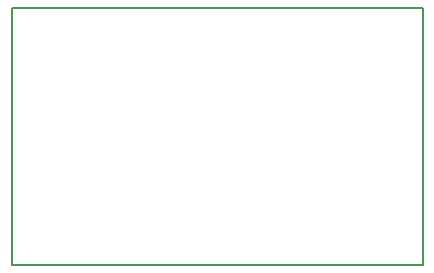
<source format=gbo>
G04 MADE WITH FRITZING*
G04 WWW.FRITZING.ORG*
G04 DOUBLE SIDED*
G04 HOLES PLATED*
G04 CONTOUR ON CENTER OF CONTOUR VECTOR*
%ASAXBY*%
%FSLAX23Y23*%
%MOIN*%
%OFA0B0*%
%SFA1.0B1.0*%
%ADD10R,1.377950X0.866142X1.361950X0.850142*%
%ADD11C,0.008000*%
%LNSILK0*%
G90*
G70*
G54D11*
X4Y862D02*
X1374Y862D01*
X1374Y4D01*
X4Y4D01*
X4Y862D01*
D02*
G04 End of Silk0*
M02*
</source>
